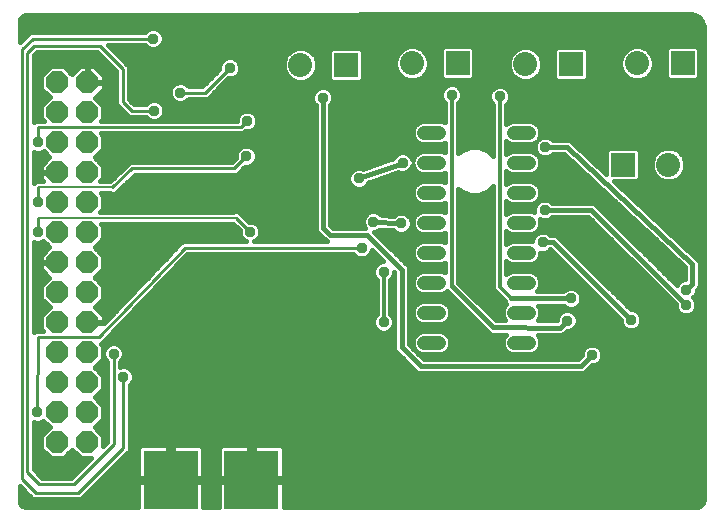
<source format=gbl>
G75*
%MOIN*%
%OFA0B0*%
%FSLAX24Y24*%
%IPPOS*%
%LPD*%
%AMOC8*
5,1,8,0,0,1.08239X$1,22.5*
%
%ADD10OC8,0.0740*%
%ADD11R,0.0800X0.0800*%
%ADD12C,0.0800*%
%ADD13R,0.1831X0.1969*%
%ADD14C,0.0472*%
%ADD15C,0.0160*%
%ADD16C,0.0376*%
%ADD17C,0.0100*%
%ADD18C,0.0120*%
%ADD19C,0.0090*%
%ADD20C,0.0080*%
D10*
X002050Y002770D03*
X003050Y002770D03*
X003050Y003770D03*
X002050Y003770D03*
X002050Y004770D03*
X003050Y004770D03*
X003050Y005770D03*
X002050Y005770D03*
X002050Y006770D03*
X003050Y006770D03*
X003050Y007770D03*
X002050Y007770D03*
X002050Y008770D03*
X003050Y008770D03*
X003050Y009770D03*
X002050Y009770D03*
X002050Y010770D03*
X003050Y010770D03*
X003050Y011770D03*
X002050Y011770D03*
X002050Y012770D03*
X003050Y012770D03*
X003050Y013770D03*
X002050Y013770D03*
X002050Y014770D03*
X003050Y014770D03*
D11*
X011675Y015355D03*
X015400Y015405D03*
X019175Y015380D03*
X022900Y015405D03*
X020908Y012027D03*
D12*
X022426Y012027D03*
X021382Y015405D03*
X017657Y015380D03*
X013882Y015405D03*
X010157Y015355D03*
D13*
X008528Y001517D03*
X005832Y001517D03*
D14*
X014293Y006095D02*
X014766Y006095D01*
X014766Y007095D02*
X014293Y007095D01*
X014293Y008095D02*
X014766Y008095D01*
X014766Y009095D02*
X014293Y009095D01*
X014293Y010095D02*
X014766Y010095D01*
X014766Y011095D02*
X014293Y011095D01*
X014293Y012095D02*
X014766Y012095D01*
X014766Y013095D02*
X014293Y013095D01*
X017293Y013095D02*
X017766Y013095D01*
X017766Y012095D02*
X017293Y012095D01*
X017293Y011095D02*
X017766Y011095D01*
X017766Y010095D02*
X017293Y010095D01*
X017293Y009095D02*
X017766Y009095D01*
X017766Y008095D02*
X017293Y008095D01*
X017293Y007095D02*
X017766Y007095D01*
X017766Y006095D02*
X017293Y006095D01*
D15*
X000842Y000688D02*
X000806Y000760D01*
X000800Y000796D01*
X000800Y001314D01*
X001120Y000993D01*
X001182Y000931D01*
X001243Y000870D01*
X001330Y000870D01*
X001417Y000870D01*
X002842Y000870D01*
X004342Y002370D01*
X004465Y002493D01*
X004465Y004673D01*
X004550Y004758D01*
X004603Y004886D01*
X004603Y005024D01*
X004550Y005152D01*
X004452Y005250D01*
X004324Y005303D01*
X004186Y005303D01*
X004140Y005284D01*
X004140Y005448D01*
X004225Y005533D01*
X004278Y005661D01*
X004278Y005799D01*
X004225Y005927D01*
X004127Y006025D01*
X003999Y006078D01*
X003861Y006078D01*
X003733Y006025D01*
X003635Y005927D01*
X003582Y005799D01*
X003582Y005661D01*
X003635Y005533D01*
X003720Y005448D01*
X003720Y002792D01*
X003580Y002652D01*
X003580Y002990D01*
X003300Y003270D01*
X003580Y003550D01*
X003580Y003990D01*
X003300Y004270D01*
X003580Y004550D01*
X003580Y004990D01*
X003300Y005270D01*
X003580Y005550D01*
X003580Y005990D01*
X003506Y006064D01*
X003540Y006065D01*
X006395Y009045D01*
X011914Y009045D01*
X012000Y008960D01*
X012127Y008907D01*
X012266Y008907D01*
X012394Y008960D01*
X012492Y009058D01*
X012542Y009179D01*
X012917Y008803D01*
X012861Y008803D01*
X012733Y008750D01*
X012635Y008652D01*
X012582Y008524D01*
X012582Y008386D01*
X012635Y008258D01*
X012710Y008183D01*
X012710Y007045D01*
X012635Y006970D01*
X012582Y006842D01*
X012582Y006703D01*
X012635Y006575D01*
X012733Y006477D01*
X012861Y006424D01*
X012999Y006424D01*
X013127Y006477D01*
X013225Y006575D01*
X013278Y006703D01*
X013278Y006842D01*
X013225Y006970D01*
X013150Y007045D01*
X013150Y008183D01*
X013225Y008258D01*
X013278Y008386D01*
X013278Y008442D01*
X013290Y008431D01*
X013290Y005897D01*
X013327Y005809D01*
X013962Y005174D01*
X014029Y005107D01*
X014117Y005070D01*
X019558Y005070D01*
X019646Y005107D01*
X019871Y005332D01*
X019949Y005332D01*
X020077Y005385D01*
X020175Y005483D01*
X020228Y005611D01*
X020228Y005749D01*
X020175Y005877D01*
X020077Y005975D01*
X019949Y006028D01*
X019811Y006028D01*
X019683Y005975D01*
X019585Y005877D01*
X019532Y005749D01*
X019532Y005671D01*
X019411Y005550D01*
X014264Y005550D01*
X013770Y006044D01*
X013770Y008578D01*
X013733Y008666D01*
X013666Y008733D01*
X012619Y009780D01*
X012661Y009780D01*
X012789Y009833D01*
X012820Y009864D01*
X013257Y009844D01*
X013325Y009776D01*
X013453Y009723D01*
X013591Y009723D01*
X013719Y009776D01*
X013817Y009874D01*
X013870Y010002D01*
X013870Y010141D01*
X013817Y010269D01*
X013719Y010367D01*
X013591Y010420D01*
X013453Y010420D01*
X013325Y010367D01*
X013281Y010323D01*
X012870Y010342D01*
X012789Y010423D01*
X012661Y010476D01*
X012523Y010476D01*
X012395Y010423D01*
X012297Y010325D01*
X012244Y010197D01*
X012244Y010059D01*
X012297Y009931D01*
X012308Y009920D01*
X011254Y009920D01*
X011145Y010029D01*
X011145Y014003D01*
X011200Y014058D01*
X011253Y014186D01*
X011253Y014324D01*
X011200Y014452D01*
X011102Y014550D01*
X010974Y014603D01*
X010836Y014603D01*
X010708Y014550D01*
X010610Y014452D01*
X010557Y014324D01*
X010557Y014186D01*
X010610Y014058D01*
X010665Y014003D01*
X010665Y009882D01*
X010702Y009794D01*
X010952Y009544D01*
X011019Y009477D01*
X011047Y009465D01*
X008629Y009465D01*
X008677Y009485D01*
X008775Y009583D01*
X008828Y009711D01*
X008828Y009849D01*
X008775Y009977D01*
X008677Y010075D01*
X008549Y010128D01*
X008432Y010128D01*
X008094Y010472D01*
X007920Y010473D01*
X007909Y010462D01*
X003492Y010462D01*
X003580Y010550D01*
X003580Y010990D01*
X003505Y011065D01*
X003796Y011065D01*
X003805Y011056D01*
X003979Y011054D01*
X004640Y011695D01*
X008042Y011695D01*
X008304Y011957D01*
X008424Y011957D01*
X008552Y012010D01*
X008650Y012108D01*
X008703Y012236D01*
X008703Y012374D01*
X008650Y012502D01*
X008552Y012600D01*
X008424Y012653D01*
X008286Y012653D01*
X008158Y012600D01*
X008060Y012502D01*
X008007Y012374D01*
X008007Y012254D01*
X007868Y012115D01*
X004557Y012115D01*
X004471Y012116D01*
X004470Y012115D01*
X004468Y012115D01*
X004408Y012055D01*
X003800Y011465D01*
X003495Y011465D01*
X003580Y011550D01*
X003580Y011990D01*
X003300Y012270D01*
X003580Y012550D01*
X003580Y012990D01*
X003505Y013065D01*
X008254Y013065D01*
X008322Y013132D01*
X008449Y013132D01*
X008577Y013185D01*
X008675Y013283D01*
X008728Y013411D01*
X008728Y013549D01*
X008675Y013677D01*
X008577Y013775D01*
X008449Y013828D01*
X008311Y013828D01*
X008183Y013775D01*
X008085Y013677D01*
X008032Y013549D01*
X008032Y013474D01*
X003504Y013474D01*
X003580Y013550D01*
X003580Y013990D01*
X003314Y014256D01*
X003600Y014542D01*
X003600Y014750D01*
X003070Y014750D01*
X003070Y014790D01*
X003030Y014790D01*
X003030Y015320D01*
X002822Y015320D01*
X002536Y015034D01*
X002270Y015300D01*
X001830Y015300D01*
X001520Y014990D01*
X001520Y014550D01*
X001800Y014270D01*
X001520Y013990D01*
X001520Y013550D01*
X001596Y013474D01*
X001496Y013474D01*
X001491Y013479D01*
X001317Y013480D01*
X001269Y013433D01*
X001269Y015674D01*
X001367Y015770D01*
X003393Y015770D01*
X004020Y015143D01*
X004020Y014043D01*
X004143Y013920D01*
X004443Y013620D01*
X004998Y013620D01*
X005083Y013535D01*
X005211Y013482D01*
X005349Y013482D01*
X005477Y013535D01*
X005575Y013633D01*
X005628Y013761D01*
X005628Y013899D01*
X005575Y014027D01*
X005477Y014125D01*
X005349Y014178D01*
X005211Y014178D01*
X005083Y014125D01*
X004998Y014040D01*
X004617Y014040D01*
X004440Y014217D01*
X004440Y015317D01*
X003737Y016020D01*
X004973Y016020D01*
X005058Y015935D01*
X005186Y015882D01*
X005324Y015882D01*
X005452Y015935D01*
X005550Y016033D01*
X005603Y016161D01*
X005603Y016299D01*
X005550Y016427D01*
X005452Y016525D01*
X005324Y016578D01*
X005186Y016578D01*
X005058Y016525D01*
X004973Y016440D01*
X001143Y016440D01*
X000808Y016105D01*
X000808Y016677D01*
X000817Y016688D01*
X000808Y016770D01*
X000808Y016829D01*
X000828Y016898D01*
X000878Y016959D01*
X000947Y016997D01*
X000979Y017004D01*
X023014Y017043D01*
X023022Y017036D01*
X023108Y017043D01*
X023190Y017043D01*
X023324Y017011D01*
X023444Y016938D01*
X023536Y016831D01*
X023590Y016701D01*
X023600Y016636D01*
X023600Y000990D01*
X023596Y000985D01*
X023600Y000896D01*
X023600Y000884D01*
X023598Y000838D01*
X023563Y000740D01*
X023493Y000662D01*
X023399Y000617D01*
X023349Y000610D01*
X009624Y000610D01*
X009624Y001437D01*
X008608Y001437D01*
X008608Y001597D01*
X008448Y001597D01*
X008448Y001437D01*
X007433Y001437D01*
X007433Y000610D01*
X006927Y000610D01*
X006927Y001437D01*
X005912Y001437D01*
X005912Y001597D01*
X006927Y001597D01*
X006927Y002525D01*
X006915Y002571D01*
X006891Y002612D01*
X006857Y002645D01*
X006816Y002669D01*
X006771Y002681D01*
X005912Y002681D01*
X005912Y001597D01*
X005752Y001597D01*
X005752Y002681D01*
X004893Y002681D01*
X004847Y002669D01*
X004806Y002645D01*
X004772Y002612D01*
X004748Y002571D01*
X004736Y002525D01*
X004736Y001597D01*
X005752Y001597D01*
X005752Y001437D01*
X004736Y001437D01*
X004736Y000610D01*
X001120Y000610D01*
X001113Y000616D01*
X001026Y000610D01*
X000999Y000610D01*
X000978Y000611D01*
X000902Y000636D01*
X000842Y000688D01*
X000880Y000656D02*
X004736Y000656D01*
X004736Y000814D02*
X000800Y000814D01*
X000800Y000973D02*
X001141Y000973D01*
X001120Y000993D02*
X001120Y000993D01*
X001243Y000870D02*
X001243Y000870D01*
X001243Y000870D01*
X001417Y000870D02*
X001417Y000870D01*
X000983Y001131D02*
X000800Y001131D01*
X000800Y001290D02*
X000825Y001290D01*
X001370Y001765D02*
X002693Y001765D01*
X002535Y001607D02*
X001526Y001607D01*
X001543Y001590D02*
X002518Y001590D01*
X003168Y002240D01*
X002830Y002240D01*
X002550Y002520D01*
X002270Y002240D01*
X001830Y002240D01*
X001520Y002550D01*
X001520Y002990D01*
X001800Y003270D01*
X001595Y003476D01*
X001593Y003474D01*
X001465Y003421D01*
X001326Y003421D01*
X001269Y003444D01*
X001269Y001866D01*
X001543Y001590D01*
X001269Y001924D02*
X002852Y001924D01*
X003010Y002082D02*
X001269Y002082D01*
X001269Y002241D02*
X001830Y002241D01*
X001671Y002399D02*
X001269Y002399D01*
X001269Y002558D02*
X001520Y002558D01*
X001520Y002716D02*
X001269Y002716D01*
X001269Y002875D02*
X001520Y002875D01*
X001563Y003033D02*
X001269Y003033D01*
X001269Y003192D02*
X001722Y003192D01*
X001720Y003350D02*
X001269Y003350D01*
X002429Y002399D02*
X002671Y002399D01*
X002830Y002241D02*
X002270Y002241D01*
X003261Y001290D02*
X004736Y001290D01*
X004736Y001131D02*
X003103Y001131D01*
X002944Y000973D02*
X004736Y000973D01*
X004736Y001607D02*
X003578Y001607D01*
X003737Y001765D02*
X004736Y001765D01*
X004736Y001924D02*
X003895Y001924D01*
X004054Y002082D02*
X004736Y002082D01*
X004736Y002241D02*
X004212Y002241D01*
X004371Y002399D02*
X004736Y002399D01*
X004745Y002558D02*
X004465Y002558D01*
X004465Y002716D02*
X023600Y002716D01*
X023600Y002558D02*
X009615Y002558D01*
X009612Y002571D02*
X009588Y002612D01*
X009554Y002645D01*
X009513Y002669D01*
X009467Y002681D01*
X008608Y002681D01*
X008608Y001597D01*
X009624Y001597D01*
X009624Y002525D01*
X009612Y002571D01*
X009624Y002399D02*
X023600Y002399D01*
X023600Y002241D02*
X009624Y002241D01*
X009624Y002082D02*
X023600Y002082D01*
X023600Y001924D02*
X009624Y001924D01*
X009624Y001765D02*
X023600Y001765D01*
X023600Y001607D02*
X009624Y001607D01*
X009624Y001290D02*
X023600Y001290D01*
X023600Y001448D02*
X008608Y001448D01*
X008608Y001607D02*
X008448Y001607D01*
X008448Y001597D02*
X008448Y002681D01*
X007589Y002681D01*
X007544Y002669D01*
X007503Y002645D01*
X007469Y002612D01*
X007445Y002571D01*
X007433Y002525D01*
X007433Y001597D01*
X008448Y001597D01*
X008448Y001448D02*
X005912Y001448D01*
X005912Y001607D02*
X005752Y001607D01*
X005752Y001765D02*
X005912Y001765D01*
X005912Y001924D02*
X005752Y001924D01*
X005752Y002082D02*
X005912Y002082D01*
X005912Y002241D02*
X005752Y002241D01*
X005752Y002399D02*
X005912Y002399D01*
X005912Y002558D02*
X005752Y002558D01*
X006918Y002558D02*
X007442Y002558D01*
X007433Y002399D02*
X006927Y002399D01*
X006927Y002241D02*
X007433Y002241D01*
X007433Y002082D02*
X006927Y002082D01*
X006927Y001924D02*
X007433Y001924D01*
X007433Y001765D02*
X006927Y001765D01*
X006927Y001607D02*
X007433Y001607D01*
X007433Y001290D02*
X006927Y001290D01*
X006927Y001131D02*
X007433Y001131D01*
X007433Y000973D02*
X006927Y000973D01*
X006927Y000814D02*
X007433Y000814D01*
X007433Y000656D02*
X006927Y000656D01*
X005752Y001448D02*
X003420Y001448D01*
X003580Y002716D02*
X003644Y002716D01*
X003580Y002875D02*
X003720Y002875D01*
X003720Y003033D02*
X003537Y003033D01*
X003378Y003192D02*
X003720Y003192D01*
X003720Y003350D02*
X003380Y003350D01*
X003538Y003509D02*
X003720Y003509D01*
X003720Y003667D02*
X003580Y003667D01*
X003580Y003826D02*
X003720Y003826D01*
X003720Y003984D02*
X003580Y003984D01*
X003720Y004143D02*
X003427Y004143D01*
X003331Y004301D02*
X003720Y004301D01*
X003720Y004460D02*
X003489Y004460D01*
X003580Y004618D02*
X003720Y004618D01*
X003720Y004777D02*
X003580Y004777D01*
X003580Y004935D02*
X003720Y004935D01*
X003720Y005094D02*
X003476Y005094D01*
X003318Y005252D02*
X003720Y005252D01*
X003720Y005411D02*
X003440Y005411D01*
X003580Y005569D02*
X003620Y005569D01*
X003580Y005728D02*
X003582Y005728D01*
X003580Y005886D02*
X003618Y005886D01*
X003525Y006045D02*
X003780Y006045D01*
X003672Y006203D02*
X013290Y006203D01*
X013290Y006045D02*
X004080Y006045D01*
X004242Y005886D02*
X013295Y005886D01*
X013408Y005728D02*
X004278Y005728D01*
X004240Y005569D02*
X013567Y005569D01*
X013725Y005411D02*
X004140Y005411D01*
X004448Y005252D02*
X013884Y005252D01*
X014061Y005094D02*
X004574Y005094D01*
X004603Y004935D02*
X023600Y004935D01*
X023600Y004777D02*
X004558Y004777D01*
X004465Y004618D02*
X023600Y004618D01*
X023600Y004460D02*
X004465Y004460D01*
X004465Y004301D02*
X023600Y004301D01*
X023600Y004143D02*
X004465Y004143D01*
X004465Y003984D02*
X023600Y003984D01*
X023600Y003826D02*
X004465Y003826D01*
X004465Y003667D02*
X023600Y003667D01*
X023600Y003509D02*
X004465Y003509D01*
X004465Y003350D02*
X023600Y003350D01*
X023600Y003192D02*
X004465Y003192D01*
X004465Y003033D02*
X023600Y003033D01*
X023600Y002875D02*
X004465Y002875D01*
X008448Y002558D02*
X008608Y002558D01*
X008608Y002399D02*
X008448Y002399D01*
X008448Y002241D02*
X008608Y002241D01*
X008608Y002082D02*
X008448Y002082D01*
X008448Y001924D02*
X008608Y001924D01*
X008608Y001765D02*
X008448Y001765D01*
X009624Y001131D02*
X023600Y001131D01*
X023596Y000973D02*
X009624Y000973D01*
X009624Y000814D02*
X023589Y000814D01*
X023479Y000656D02*
X009624Y000656D01*
X014165Y005310D02*
X019510Y005310D01*
X019880Y005680D01*
X020211Y005569D02*
X023600Y005569D01*
X023600Y005411D02*
X020103Y005411D01*
X019791Y005252D02*
X023600Y005252D01*
X023600Y005094D02*
X019614Y005094D01*
X019430Y005569D02*
X014245Y005569D01*
X014215Y005699D02*
X014069Y005759D01*
X013957Y005871D01*
X013897Y006017D01*
X013897Y006174D01*
X013957Y006320D01*
X014069Y006431D01*
X014215Y006492D01*
X014845Y006492D01*
X014990Y006431D01*
X015102Y006320D01*
X015162Y006174D01*
X015162Y006017D01*
X015102Y005871D01*
X014990Y005759D01*
X014845Y005699D01*
X014215Y005699D01*
X014146Y005728D02*
X014087Y005728D01*
X013951Y005886D02*
X013928Y005886D01*
X013897Y006045D02*
X013770Y006045D01*
X013770Y006203D02*
X013909Y006203D01*
X013999Y006362D02*
X013770Y006362D01*
X013770Y006520D02*
X016328Y006520D01*
X016416Y006432D02*
X016449Y006399D01*
X016450Y006398D01*
X016494Y006380D01*
X016537Y006362D01*
X016538Y006362D01*
X016585Y006362D01*
X016998Y006361D01*
X016957Y006320D01*
X016897Y006174D01*
X016897Y006017D01*
X016957Y005871D01*
X017069Y005759D01*
X017215Y005699D01*
X017845Y005699D01*
X017990Y005759D01*
X018102Y005871D01*
X018162Y006017D01*
X018162Y006174D01*
X018102Y006320D01*
X018064Y006358D01*
X018773Y006356D01*
X018821Y006356D01*
X018868Y006356D01*
X018868Y006356D01*
X018868Y006356D01*
X018912Y006374D01*
X018956Y006392D01*
X018956Y006392D01*
X018957Y006392D01*
X018990Y006426D01*
X019024Y006459D01*
X019024Y006460D01*
X019046Y006482D01*
X019124Y006482D01*
X019252Y006535D01*
X019350Y006633D01*
X019403Y006761D01*
X019403Y006899D01*
X019350Y007027D01*
X019252Y007125D01*
X019124Y007178D01*
X018986Y007178D01*
X018858Y007125D01*
X018760Y007027D01*
X018707Y006899D01*
X018707Y006836D01*
X018069Y006838D01*
X018102Y006871D01*
X018162Y007017D01*
X018162Y007174D01*
X018102Y007320D01*
X018092Y007329D01*
X018916Y007326D01*
X018972Y007270D01*
X019100Y007217D01*
X019239Y007217D01*
X019367Y007270D01*
X019465Y007368D01*
X019518Y007496D01*
X019518Y007634D01*
X019465Y007762D01*
X019367Y007860D01*
X019239Y007913D01*
X019100Y007913D01*
X018972Y007860D01*
X018918Y007806D01*
X018040Y007809D01*
X018102Y007871D01*
X018162Y008017D01*
X018162Y008174D01*
X018102Y008320D01*
X017990Y008431D01*
X017845Y008492D01*
X017215Y008492D01*
X017069Y008431D01*
X017025Y008387D01*
X017025Y008804D01*
X017069Y008759D01*
X017215Y008699D01*
X017845Y008699D01*
X017990Y008759D01*
X018102Y008871D01*
X018162Y009017D01*
X018162Y009098D01*
X018164Y009097D01*
X018302Y009097D01*
X018430Y009150D01*
X018485Y009204D01*
X019282Y008408D01*
X019318Y008373D01*
X019350Y008341D01*
X019350Y008341D01*
X020832Y006863D01*
X020832Y006786D01*
X020885Y006658D01*
X020983Y006560D01*
X021111Y006507D01*
X021249Y006507D01*
X021377Y006560D01*
X021475Y006658D01*
X021528Y006786D01*
X021528Y006924D01*
X021475Y007052D01*
X021377Y007150D01*
X021249Y007203D01*
X021171Y007203D01*
X019653Y008716D01*
X018753Y009615D01*
X018719Y009648D01*
X018719Y009648D01*
X018719Y009649D01*
X018675Y009667D01*
X018631Y009685D01*
X018631Y009685D01*
X018631Y009685D01*
X018583Y009685D01*
X018485Y009685D01*
X018430Y009740D01*
X018302Y009793D01*
X018164Y009793D01*
X018036Y009740D01*
X017938Y009642D01*
X017885Y009514D01*
X017885Y009475D01*
X017845Y009492D01*
X017215Y009492D01*
X017069Y009431D01*
X017025Y009387D01*
X017025Y009804D01*
X017069Y009759D01*
X017215Y009699D01*
X017845Y009699D01*
X017990Y009759D01*
X018102Y009871D01*
X018162Y010017D01*
X018162Y010174D01*
X018152Y010199D01*
X018227Y010168D01*
X018365Y010168D01*
X018493Y010221D01*
X018548Y010276D01*
X019752Y010276D01*
X022663Y007365D01*
X022663Y007287D01*
X022716Y007159D01*
X022814Y007061D01*
X022942Y007008D01*
X023081Y007008D01*
X023209Y007061D01*
X023307Y007159D01*
X023360Y007287D01*
X023360Y007425D01*
X023307Y007553D01*
X023258Y007602D01*
X023311Y007656D01*
X023364Y007784D01*
X023364Y007862D01*
X023431Y007928D01*
X023467Y008016D01*
X023467Y008682D01*
X023469Y008686D01*
X023467Y008730D01*
X023467Y008773D01*
X023465Y008777D01*
X023465Y008782D01*
X023447Y008821D01*
X023431Y008861D01*
X023427Y008864D01*
X023426Y008869D01*
X023394Y008898D01*
X023363Y008929D01*
X023359Y008931D01*
X020627Y011467D01*
X021374Y011467D01*
X021468Y011561D01*
X021468Y012493D01*
X021374Y012587D01*
X020441Y012587D01*
X020348Y012493D01*
X020348Y011726D01*
X019206Y012786D01*
X019176Y012816D01*
X019172Y012818D01*
X019168Y012821D01*
X019128Y012836D01*
X019088Y012853D01*
X019083Y012853D01*
X019079Y012854D01*
X019035Y012853D01*
X018574Y012853D01*
X018519Y012908D01*
X018391Y012961D01*
X018252Y012961D01*
X018125Y012908D01*
X018112Y012895D01*
X018162Y013017D01*
X018162Y013174D01*
X018102Y013320D01*
X017990Y013431D01*
X017845Y013492D01*
X017215Y013492D01*
X017069Y013431D01*
X017025Y013387D01*
X017025Y014030D01*
X017100Y014105D01*
X017153Y014233D01*
X017153Y014372D01*
X017100Y014500D01*
X017002Y014598D01*
X016874Y014651D01*
X016735Y014651D01*
X016607Y014598D01*
X016509Y014500D01*
X016456Y014372D01*
X016456Y014233D01*
X016509Y014105D01*
X016585Y014030D01*
X016585Y012321D01*
X016416Y012490D01*
X016122Y012612D01*
X015803Y012612D01*
X015509Y012490D01*
X015422Y012402D01*
X015419Y014079D01*
X015494Y014154D01*
X015547Y014282D01*
X015547Y014420D01*
X015494Y014548D01*
X015396Y014646D01*
X015268Y014699D01*
X015130Y014699D01*
X015002Y014646D01*
X014904Y014548D01*
X014851Y014420D01*
X014851Y014282D01*
X014904Y014154D01*
X014979Y014078D01*
X014980Y013435D01*
X014845Y013492D01*
X014215Y013492D01*
X014069Y013431D01*
X013957Y013320D01*
X013897Y013174D01*
X013897Y013017D01*
X013957Y012871D01*
X014069Y012759D01*
X014215Y012699D01*
X014845Y012699D01*
X014981Y012756D01*
X014982Y012435D01*
X014845Y012492D01*
X014215Y012492D01*
X014069Y012431D01*
X013957Y012320D01*
X013903Y012189D01*
X013859Y012295D01*
X013761Y012393D01*
X013633Y012446D01*
X013495Y012446D01*
X013367Y012393D01*
X013269Y012295D01*
X013245Y012238D01*
X012257Y011879D01*
X012170Y011915D01*
X012031Y011915D01*
X011903Y011862D01*
X011805Y011764D01*
X011752Y011636D01*
X011752Y011498D01*
X011805Y011370D01*
X011903Y011272D01*
X012031Y011219D01*
X012170Y011219D01*
X012298Y011272D01*
X012396Y011370D01*
X012419Y011427D01*
X013408Y011786D01*
X013495Y011750D01*
X013633Y011750D01*
X013761Y011803D01*
X013859Y011901D01*
X013902Y012005D01*
X013957Y011871D01*
X014069Y011759D01*
X014215Y011699D01*
X014845Y011699D01*
X014982Y011756D01*
X014983Y011434D01*
X014845Y011492D01*
X014215Y011492D01*
X014069Y011431D01*
X013957Y011320D01*
X013897Y011174D01*
X013897Y011017D01*
X013957Y010871D01*
X014069Y010759D01*
X014215Y010699D01*
X014845Y010699D01*
X014984Y010757D01*
X014984Y010434D01*
X014845Y010492D01*
X014215Y010492D01*
X014069Y010431D01*
X013957Y010320D01*
X013897Y010174D01*
X013897Y010017D01*
X013957Y009871D01*
X014069Y009759D01*
X014215Y009699D01*
X014845Y009699D01*
X014985Y009757D01*
X014986Y009433D01*
X014845Y009492D01*
X014215Y009492D01*
X014069Y009431D01*
X013957Y009320D01*
X013897Y009174D01*
X013897Y009017D01*
X013957Y008871D01*
X014069Y008759D01*
X014215Y008699D01*
X014845Y008699D01*
X014986Y008758D01*
X014987Y008433D01*
X014845Y008492D01*
X014215Y008492D01*
X014069Y008431D01*
X013957Y008320D01*
X013897Y008174D01*
X013897Y008017D01*
X013957Y007871D01*
X014069Y007759D01*
X014215Y007699D01*
X014845Y007699D01*
X014990Y007759D01*
X015033Y007803D01*
X015040Y007787D01*
X015071Y007775D01*
X016416Y006432D01*
X016450Y006398D02*
X016450Y006398D01*
X016538Y006362D02*
X016538Y006362D01*
X016674Y006362D02*
X015060Y006362D01*
X015150Y006203D02*
X016909Y006203D01*
X016897Y006045D02*
X015162Y006045D01*
X015108Y005886D02*
X016951Y005886D01*
X017146Y005728D02*
X014913Y005728D01*
X014165Y005310D02*
X013530Y005945D01*
X013530Y008530D01*
X012380Y009680D01*
X011155Y009680D01*
X010905Y009930D01*
X010905Y014255D01*
X010581Y014128D02*
X006336Y014128D01*
X006352Y014135D02*
X006437Y014220D01*
X007067Y014220D01*
X007754Y014907D01*
X007874Y014907D01*
X008002Y014960D01*
X008100Y015058D01*
X008153Y015186D01*
X008153Y015324D01*
X008100Y015452D01*
X008002Y015550D01*
X007874Y015603D01*
X007736Y015603D01*
X007608Y015550D01*
X007510Y015452D01*
X007457Y015324D01*
X007457Y015204D01*
X006893Y014640D01*
X006437Y014640D01*
X006352Y014725D01*
X006224Y014778D01*
X006086Y014778D01*
X005958Y014725D01*
X005860Y014627D01*
X005807Y014499D01*
X005807Y014361D01*
X005860Y014233D01*
X005958Y014135D01*
X006086Y014082D01*
X006224Y014082D01*
X006352Y014135D01*
X005974Y014128D02*
X005470Y014128D01*
X005599Y013970D02*
X010665Y013970D01*
X010665Y013811D02*
X008490Y013811D01*
X008270Y013811D02*
X005628Y013811D01*
X005583Y013653D02*
X008075Y013653D01*
X008032Y013494D02*
X005379Y013494D01*
X005181Y013494D02*
X003524Y013494D01*
X003580Y013653D02*
X004410Y013653D01*
X004252Y013811D02*
X003580Y013811D01*
X003580Y013970D02*
X004093Y013970D01*
X004020Y014128D02*
X003442Y014128D01*
X003344Y014287D02*
X004020Y014287D01*
X004020Y014445D02*
X003503Y014445D01*
X003600Y014604D02*
X004020Y014604D01*
X004020Y014762D02*
X003070Y014762D01*
X003070Y014790D02*
X003600Y014790D01*
X003600Y014998D01*
X003278Y015320D01*
X003070Y015320D01*
X003070Y014790D01*
X003070Y014921D02*
X003030Y014921D01*
X003030Y015079D02*
X003070Y015079D01*
X003070Y015238D02*
X003030Y015238D01*
X002740Y015238D02*
X002332Y015238D01*
X002491Y015079D02*
X002581Y015079D01*
X003360Y015238D02*
X003925Y015238D01*
X004020Y015079D02*
X003519Y015079D01*
X003600Y014921D02*
X004020Y014921D01*
X004440Y014921D02*
X007174Y014921D01*
X007332Y015079D02*
X004440Y015079D01*
X004440Y015238D02*
X007457Y015238D01*
X007487Y015396D02*
X004361Y015396D01*
X004202Y015555D02*
X007618Y015555D01*
X007992Y015555D02*
X009634Y015555D01*
X009597Y015466D02*
X009597Y015244D01*
X009682Y015038D01*
X009840Y014880D01*
X010046Y014795D01*
X010268Y014795D01*
X010474Y014880D01*
X010632Y015038D01*
X010717Y015244D01*
X010717Y015466D01*
X010632Y015672D01*
X010474Y015830D01*
X010268Y015915D01*
X010046Y015915D01*
X009840Y015830D01*
X009682Y015672D01*
X009597Y015466D01*
X009597Y015396D02*
X008123Y015396D01*
X008153Y015238D02*
X009600Y015238D01*
X009665Y015079D02*
X008109Y015079D01*
X007907Y014921D02*
X009800Y014921D01*
X010515Y014921D02*
X011115Y014921D01*
X011115Y014889D02*
X011209Y014795D01*
X012141Y014795D01*
X012235Y014889D01*
X012235Y015821D01*
X012141Y015915D01*
X011209Y015915D01*
X011115Y015821D01*
X011115Y014889D01*
X011115Y015079D02*
X010649Y015079D01*
X010715Y015238D02*
X011115Y015238D01*
X011115Y015396D02*
X010717Y015396D01*
X010681Y015555D02*
X011115Y015555D01*
X011115Y015713D02*
X010591Y015713D01*
X010373Y015872D02*
X011165Y015872D01*
X012185Y015872D02*
X013557Y015872D01*
X013565Y015880D02*
X013407Y015722D01*
X013322Y015516D01*
X013322Y015294D01*
X013407Y015088D01*
X013565Y014930D01*
X013771Y014845D01*
X013993Y014845D01*
X014199Y014930D01*
X014357Y015088D01*
X014442Y015294D01*
X014442Y015516D01*
X014357Y015722D01*
X014199Y015880D01*
X013993Y015965D01*
X013771Y015965D01*
X013565Y015880D01*
X013403Y015713D02*
X012235Y015713D01*
X012235Y015555D02*
X013338Y015555D01*
X013322Y015396D02*
X012235Y015396D01*
X012235Y015238D02*
X013345Y015238D01*
X013416Y015079D02*
X012235Y015079D01*
X012235Y014921D02*
X013588Y014921D01*
X014176Y014921D02*
X014858Y014921D01*
X014840Y014939D02*
X014934Y014845D01*
X015866Y014845D01*
X015960Y014939D01*
X015960Y015871D01*
X015866Y015965D01*
X014934Y015965D01*
X014840Y015871D01*
X014840Y014939D01*
X014840Y015079D02*
X014348Y015079D01*
X014419Y015238D02*
X014840Y015238D01*
X014840Y015396D02*
X014442Y015396D01*
X014426Y015555D02*
X014840Y015555D01*
X014840Y015713D02*
X014361Y015713D01*
X014207Y015872D02*
X014840Y015872D01*
X015960Y015872D02*
X017380Y015872D01*
X017340Y015855D02*
X017182Y015697D01*
X017097Y015491D01*
X017097Y015269D01*
X017182Y015063D01*
X017340Y014905D01*
X017546Y014820D01*
X017768Y014820D01*
X017974Y014905D01*
X018132Y015063D01*
X018217Y015269D01*
X018217Y015491D01*
X018132Y015697D01*
X017974Y015855D01*
X017768Y015940D01*
X017546Y015940D01*
X017340Y015855D01*
X017198Y015713D02*
X015960Y015713D01*
X015960Y015555D02*
X017123Y015555D01*
X017097Y015396D02*
X015960Y015396D01*
X015960Y015238D02*
X017110Y015238D01*
X017176Y015079D02*
X015960Y015079D01*
X015942Y014921D02*
X017325Y014921D01*
X016988Y014604D02*
X023600Y014604D01*
X023600Y014762D02*
X007609Y014762D01*
X007451Y014604D02*
X014959Y014604D01*
X014861Y014445D02*
X011203Y014445D01*
X011253Y014287D02*
X014851Y014287D01*
X014929Y014128D02*
X011229Y014128D01*
X011145Y013970D02*
X014980Y013970D01*
X014980Y013811D02*
X011145Y013811D01*
X011145Y013653D02*
X014980Y013653D01*
X014980Y013494D02*
X011145Y013494D01*
X011145Y013336D02*
X013973Y013336D01*
X013898Y013177D02*
X011145Y013177D01*
X011145Y013019D02*
X013897Y013019D01*
X013968Y012860D02*
X011145Y012860D01*
X011145Y012702D02*
X014209Y012702D01*
X014022Y012385D02*
X013770Y012385D01*
X013888Y012226D02*
X013919Y012226D01*
X013942Y011909D02*
X013862Y011909D01*
X013634Y011751D02*
X014091Y011751D01*
X014074Y011434D02*
X012437Y011434D01*
X012301Y011275D02*
X013939Y011275D01*
X013897Y011117D02*
X011145Y011117D01*
X011145Y011275D02*
X011900Y011275D01*
X011779Y011434D02*
X011145Y011434D01*
X011145Y011592D02*
X011752Y011592D01*
X011800Y011751D02*
X011145Y011751D01*
X011145Y011909D02*
X012017Y011909D01*
X012184Y011909D02*
X012340Y011909D01*
X012100Y011567D02*
X013564Y012098D01*
X013358Y012385D02*
X011145Y012385D01*
X011145Y012543D02*
X014981Y012543D01*
X014981Y012702D02*
X014850Y012702D01*
X015421Y012702D02*
X016585Y012702D01*
X016585Y012860D02*
X015421Y012860D01*
X015421Y013019D02*
X016585Y013019D01*
X016585Y013177D02*
X015421Y013177D01*
X015420Y013336D02*
X016585Y013336D01*
X016585Y013494D02*
X015420Y013494D01*
X015420Y013653D02*
X016585Y013653D01*
X016585Y013811D02*
X015420Y013811D01*
X015420Y013970D02*
X016585Y013970D01*
X016500Y014128D02*
X015469Y014128D01*
X015547Y014287D02*
X016456Y014287D01*
X016487Y014445D02*
X015537Y014445D01*
X015439Y014604D02*
X016622Y014604D01*
X017122Y014445D02*
X023600Y014445D01*
X023600Y014287D02*
X017153Y014287D01*
X017109Y014128D02*
X023600Y014128D01*
X023600Y013970D02*
X017025Y013970D01*
X017025Y013811D02*
X023600Y013811D01*
X023600Y013653D02*
X017025Y013653D01*
X017025Y013494D02*
X023600Y013494D01*
X023600Y013336D02*
X018086Y013336D01*
X018161Y013177D02*
X023600Y013177D01*
X023600Y013019D02*
X018162Y013019D01*
X018017Y012786D02*
X017974Y012682D01*
X017974Y012543D01*
X017025Y012543D01*
X017069Y012431D02*
X017025Y012387D01*
X017025Y012804D01*
X017069Y012759D01*
X017215Y012699D01*
X017845Y012699D01*
X017990Y012759D01*
X018017Y012786D01*
X017982Y012702D02*
X017850Y012702D01*
X017974Y012543D02*
X018027Y012415D01*
X018125Y012318D01*
X018252Y012265D01*
X018391Y012265D01*
X018519Y012318D01*
X018574Y012373D01*
X018946Y012373D01*
X022987Y008621D01*
X022987Y008201D01*
X022947Y008201D01*
X022819Y008148D01*
X022721Y008050D01*
X022702Y008005D01*
X019988Y010719D01*
X019899Y010756D01*
X018548Y010756D01*
X018493Y010811D01*
X018365Y010864D01*
X018227Y010864D01*
X018099Y010811D01*
X018001Y010713D01*
X017948Y010585D01*
X017948Y010449D01*
X017845Y010492D01*
X017215Y010492D01*
X017069Y010431D01*
X017025Y010387D01*
X017025Y010804D01*
X017069Y010759D01*
X017215Y010699D01*
X017845Y010699D01*
X017990Y010759D01*
X018102Y010871D01*
X018162Y011017D01*
X018162Y011174D01*
X018102Y011320D01*
X017990Y011431D01*
X017845Y011492D01*
X017215Y011492D01*
X017069Y011431D01*
X017025Y011387D01*
X017025Y011804D01*
X017069Y011759D01*
X017215Y011699D01*
X017845Y011699D01*
X017990Y011759D01*
X018102Y011871D01*
X018162Y012017D01*
X018162Y012174D01*
X018102Y012320D01*
X017990Y012431D01*
X017845Y012492D01*
X017215Y012492D01*
X017069Y012431D01*
X017025Y012702D02*
X017209Y012702D01*
X016585Y012543D02*
X016288Y012543D01*
X016522Y012385D02*
X016585Y012385D01*
X017025Y011751D02*
X017091Y011751D01*
X017025Y011592D02*
X019787Y011592D01*
X019957Y011434D02*
X017985Y011434D01*
X018120Y011275D02*
X020128Y011275D01*
X020299Y011117D02*
X018162Y011117D01*
X018138Y010958D02*
X020469Y010958D01*
X020640Y010800D02*
X018504Y010800D01*
X018296Y010516D02*
X019852Y010516D01*
X023011Y007356D01*
X023341Y007471D02*
X023600Y007471D01*
X023600Y007313D02*
X023360Y007313D01*
X023302Y007154D02*
X023600Y007154D01*
X023600Y006996D02*
X021499Y006996D01*
X021528Y006837D02*
X023600Y006837D01*
X023600Y006679D02*
X021484Y006679D01*
X021281Y006520D02*
X023600Y006520D01*
X023600Y006362D02*
X018882Y006362D01*
X018773Y006356D02*
X018773Y006356D01*
X018821Y006596D02*
X019055Y006830D01*
X018928Y007154D02*
X018162Y007154D01*
X018153Y006996D02*
X018747Y006996D01*
X018707Y006837D02*
X018350Y006837D01*
X018821Y006596D02*
X016586Y006602D01*
X015243Y007942D01*
X015427Y008097D02*
X015423Y011218D01*
X015509Y011132D01*
X015803Y011010D01*
X016122Y011010D01*
X016416Y011132D01*
X016585Y011300D01*
X016585Y007956D01*
X016585Y007864D01*
X016585Y007864D01*
X016585Y007864D01*
X016650Y007799D01*
X016963Y007485D01*
X016983Y007438D01*
X017029Y007391D01*
X016957Y007320D01*
X016897Y007174D01*
X016897Y007017D01*
X016957Y006871D01*
X016988Y006841D01*
X016685Y006841D01*
X015427Y008097D01*
X015427Y008105D02*
X016585Y008105D01*
X016585Y007947D02*
X015578Y007947D01*
X015737Y007788D02*
X016661Y007788D01*
X016819Y007630D02*
X015896Y007630D01*
X016054Y007471D02*
X016969Y007471D01*
X016954Y007313D02*
X016213Y007313D01*
X016372Y007154D02*
X016897Y007154D01*
X016906Y006996D02*
X016531Y006996D01*
X016169Y006679D02*
X013770Y006679D01*
X013770Y006837D02*
X013991Y006837D01*
X013957Y006871D02*
X014069Y006759D01*
X014215Y006699D01*
X014845Y006699D01*
X014990Y006759D01*
X015102Y006871D01*
X015162Y007017D01*
X015162Y007174D01*
X015102Y007320D01*
X014990Y007431D01*
X014845Y007492D01*
X014215Y007492D01*
X014069Y007431D01*
X013957Y007320D01*
X013897Y007174D01*
X013897Y007017D01*
X013957Y006871D01*
X013906Y006996D02*
X013770Y006996D01*
X013770Y007154D02*
X013897Y007154D01*
X013954Y007313D02*
X013770Y007313D01*
X013770Y007471D02*
X014165Y007471D01*
X014040Y007788D02*
X013770Y007788D01*
X013770Y007630D02*
X015216Y007630D01*
X015375Y007471D02*
X014894Y007471D01*
X015105Y007313D02*
X015534Y007313D01*
X015693Y007154D02*
X015162Y007154D01*
X015153Y006996D02*
X015851Y006996D01*
X016010Y006837D02*
X015068Y006837D01*
X015040Y007788D02*
X015019Y007788D01*
X015427Y008264D02*
X016585Y008264D01*
X016585Y008422D02*
X015427Y008422D01*
X015427Y008581D02*
X016585Y008581D01*
X016585Y008739D02*
X015426Y008739D01*
X015426Y008898D02*
X016585Y008898D01*
X016585Y009056D02*
X015426Y009056D01*
X015426Y009215D02*
X016585Y009215D01*
X016585Y009373D02*
X015426Y009373D01*
X015425Y009532D02*
X016585Y009532D01*
X016585Y009690D02*
X015425Y009690D01*
X015425Y009849D02*
X016585Y009849D01*
X016585Y010007D02*
X015425Y010007D01*
X015425Y010166D02*
X016585Y010166D01*
X016585Y010324D02*
X015424Y010324D01*
X015424Y010483D02*
X016585Y010483D01*
X016585Y010641D02*
X015424Y010641D01*
X015424Y010800D02*
X016585Y010800D01*
X016585Y010958D02*
X015424Y010958D01*
X015423Y011117D02*
X015546Y011117D01*
X014984Y010641D02*
X011145Y010641D01*
X011145Y010483D02*
X014193Y010483D01*
X013962Y010324D02*
X013762Y010324D01*
X013860Y010166D02*
X013897Y010166D01*
X013901Y010007D02*
X013870Y010007D01*
X013791Y009849D02*
X013980Y009849D01*
X013522Y010072D02*
X012588Y010115D01*
X012592Y010128D01*
X012265Y010007D02*
X011167Y010007D01*
X011145Y010166D02*
X012244Y010166D01*
X012296Y010324D02*
X011145Y010324D01*
X011145Y010800D02*
X014029Y010800D01*
X013921Y010958D02*
X011145Y010958D01*
X010665Y010958D02*
X003580Y010958D01*
X003580Y010800D02*
X010665Y010800D01*
X010665Y010641D02*
X003580Y010641D01*
X003512Y010483D02*
X010665Y010483D01*
X010665Y010324D02*
X008239Y010324D01*
X008395Y010166D02*
X010665Y010166D01*
X010665Y010007D02*
X008745Y010007D01*
X008828Y009849D02*
X010679Y009849D01*
X010806Y009690D02*
X008820Y009690D01*
X008724Y009532D02*
X010964Y009532D01*
X012490Y009056D02*
X012665Y009056D01*
X012823Y008898D02*
X006253Y008898D01*
X006102Y008739D02*
X012722Y008739D01*
X012605Y008581D02*
X005950Y008581D01*
X005798Y008422D02*
X012582Y008422D01*
X012633Y008264D02*
X005646Y008264D01*
X005494Y008105D02*
X012710Y008105D01*
X012710Y007947D02*
X005342Y007947D01*
X005191Y007788D02*
X012710Y007788D01*
X012710Y007630D02*
X005039Y007630D01*
X004887Y007471D02*
X012710Y007471D01*
X012710Y007313D02*
X004735Y007313D01*
X004583Y007154D02*
X012710Y007154D01*
X012661Y006996D02*
X004432Y006996D01*
X004280Y006837D02*
X012582Y006837D01*
X012592Y006679D02*
X004128Y006679D01*
X003976Y006520D02*
X012690Y006520D01*
X013170Y006520D02*
X013290Y006520D01*
X013290Y006362D02*
X003824Y006362D01*
X003600Y006735D02*
X003600Y006750D01*
X003070Y006750D01*
X003070Y006790D01*
X003600Y006790D01*
X003600Y006998D01*
X003314Y007284D01*
X003580Y007550D01*
X003580Y007990D01*
X003300Y008270D01*
X003580Y008550D01*
X003580Y008990D01*
X003300Y009270D01*
X003580Y009550D01*
X003580Y009990D01*
X003507Y010062D01*
X007907Y010062D01*
X008132Y009834D01*
X008132Y009711D01*
X008185Y009583D01*
X008283Y009485D01*
X008331Y009465D01*
X006389Y009465D01*
X006387Y009467D01*
X006303Y009465D01*
X006218Y009465D01*
X006216Y009463D01*
X006214Y009463D01*
X006155Y009402D01*
X006095Y009342D01*
X006095Y009339D01*
X003600Y006735D01*
X003600Y006837D02*
X003698Y006837D01*
X003600Y006996D02*
X003850Y006996D01*
X004002Y007154D02*
X003444Y007154D01*
X003342Y007313D02*
X004154Y007313D01*
X004305Y007471D02*
X003501Y007471D01*
X003580Y007630D02*
X004457Y007630D01*
X004609Y007788D02*
X003580Y007788D01*
X003580Y007947D02*
X004761Y007947D01*
X004913Y008105D02*
X003465Y008105D01*
X003306Y008264D02*
X005065Y008264D01*
X005216Y008422D02*
X003452Y008422D01*
X003580Y008581D02*
X005368Y008581D01*
X005520Y008739D02*
X003580Y008739D01*
X003580Y008898D02*
X005672Y008898D01*
X005824Y009056D02*
X003514Y009056D01*
X003355Y009215D02*
X005975Y009215D01*
X006126Y009373D02*
X003403Y009373D01*
X003561Y009532D02*
X008236Y009532D01*
X008140Y009690D02*
X003580Y009690D01*
X003580Y009849D02*
X008118Y009849D01*
X007962Y010007D02*
X003563Y010007D01*
X004044Y011117D02*
X010665Y011117D01*
X010665Y011275D02*
X004207Y011275D01*
X004370Y011434D02*
X010665Y011434D01*
X010665Y011592D02*
X004534Y011592D01*
X004257Y011909D02*
X003580Y011909D01*
X003580Y011751D02*
X004094Y011751D01*
X003931Y011592D02*
X003580Y011592D01*
X003502Y012068D02*
X004421Y012068D01*
X003573Y012543D02*
X008101Y012543D01*
X008011Y012385D02*
X003414Y012385D01*
X003344Y012226D02*
X007979Y012226D01*
X008256Y011909D02*
X010665Y011909D01*
X010665Y011751D02*
X008098Y011751D01*
X008610Y012068D02*
X010665Y012068D01*
X010665Y012226D02*
X008699Y012226D01*
X008699Y012385D02*
X010665Y012385D01*
X010665Y012543D02*
X008609Y012543D01*
X008558Y013177D02*
X010665Y013177D01*
X010665Y013019D02*
X003551Y013019D01*
X003580Y012860D02*
X010665Y012860D01*
X010665Y012702D02*
X003580Y012702D01*
X002030Y011790D02*
X002030Y011750D01*
X001500Y011750D01*
X001500Y011542D01*
X001577Y011465D01*
X001501Y011465D01*
X001491Y011475D01*
X001317Y011475D01*
X001269Y011427D01*
X001269Y012443D01*
X001331Y012417D01*
X001470Y012417D01*
X001598Y012470D01*
X001599Y012472D01*
X001786Y012284D01*
X001500Y011998D01*
X001500Y011790D01*
X002030Y011790D01*
X002030Y011751D02*
X001269Y011751D01*
X001269Y011909D02*
X001500Y011909D01*
X001570Y012068D02*
X001269Y012068D01*
X001269Y012226D02*
X001728Y012226D01*
X001686Y012385D02*
X001269Y012385D01*
X001269Y011592D02*
X001500Y011592D01*
X001276Y011434D02*
X001269Y011434D01*
X001269Y009450D02*
X001332Y009425D01*
X001470Y009425D01*
X001594Y009476D01*
X001786Y009284D01*
X001500Y008998D01*
X001500Y008790D01*
X002030Y008790D01*
X002030Y008750D01*
X001500Y008750D01*
X001500Y008542D01*
X001786Y008256D01*
X001520Y007990D01*
X001520Y007550D01*
X001800Y007270D01*
X001520Y006990D01*
X001520Y006550D01*
X001593Y006478D01*
X001488Y006478D01*
X001483Y006483D01*
X001309Y006483D01*
X001269Y006444D01*
X001269Y009450D01*
X001269Y009373D02*
X001697Y009373D01*
X001717Y009215D02*
X001269Y009215D01*
X001269Y009056D02*
X001558Y009056D01*
X001500Y008898D02*
X001269Y008898D01*
X001269Y008739D02*
X001500Y008739D01*
X001500Y008581D02*
X001269Y008581D01*
X001269Y008422D02*
X001620Y008422D01*
X001779Y008264D02*
X001269Y008264D01*
X001269Y008105D02*
X001635Y008105D01*
X001520Y007947D02*
X001269Y007947D01*
X001269Y007788D02*
X001520Y007788D01*
X001520Y007630D02*
X001269Y007630D01*
X001269Y007471D02*
X001599Y007471D01*
X001758Y007313D02*
X001269Y007313D01*
X001269Y007154D02*
X001684Y007154D01*
X001526Y006996D02*
X001269Y006996D01*
X001269Y006837D02*
X001520Y006837D01*
X001520Y006679D02*
X001269Y006679D01*
X001269Y006520D02*
X001550Y006520D01*
X008697Y013336D02*
X010665Y013336D01*
X010665Y013494D02*
X008728Y013494D01*
X008685Y013653D02*
X010665Y013653D01*
X010557Y014287D02*
X007134Y014287D01*
X007292Y014445D02*
X010607Y014445D01*
X009723Y015713D02*
X004044Y015713D01*
X003885Y015872D02*
X009941Y015872D01*
X007015Y014762D02*
X006263Y014762D01*
X006047Y014762D02*
X004440Y014762D01*
X004440Y014604D02*
X005850Y014604D01*
X005807Y014445D02*
X004440Y014445D01*
X004440Y014287D02*
X005838Y014287D01*
X005090Y014128D02*
X004529Y014128D01*
X003767Y015396D02*
X001269Y015396D01*
X001269Y015238D02*
X001768Y015238D01*
X001609Y015079D02*
X001269Y015079D01*
X001269Y014921D02*
X001520Y014921D01*
X001520Y014762D02*
X001269Y014762D01*
X001269Y014604D02*
X001520Y014604D01*
X001625Y014445D02*
X001269Y014445D01*
X001269Y014287D02*
X001784Y014287D01*
X001658Y014128D02*
X001269Y014128D01*
X001269Y013970D02*
X001520Y013970D01*
X001520Y013811D02*
X001269Y013811D01*
X001269Y013653D02*
X001520Y013653D01*
X001576Y013494D02*
X001269Y013494D01*
X001269Y015555D02*
X003608Y015555D01*
X003450Y015713D02*
X001309Y015713D01*
X000892Y016189D02*
X000808Y016189D01*
X000808Y016347D02*
X001050Y016347D01*
X000808Y016506D02*
X005038Y016506D01*
X005472Y016506D02*
X023600Y016506D01*
X023596Y016664D02*
X000808Y016664D01*
X000808Y016823D02*
X023539Y016823D01*
X023374Y016981D02*
X000917Y016981D01*
X005583Y016347D02*
X023600Y016347D01*
X023600Y016189D02*
X005603Y016189D01*
X005547Y016030D02*
X023600Y016030D01*
X023600Y015872D02*
X023460Y015872D01*
X023460Y015871D02*
X023366Y015965D01*
X022434Y015965D01*
X022340Y015871D01*
X022340Y014939D01*
X022434Y014845D01*
X023366Y014845D01*
X023460Y014939D01*
X023460Y015871D01*
X023460Y015713D02*
X023600Y015713D01*
X023600Y015555D02*
X023460Y015555D01*
X023460Y015396D02*
X023600Y015396D01*
X023600Y015238D02*
X023460Y015238D01*
X023460Y015079D02*
X023600Y015079D01*
X023600Y014921D02*
X023442Y014921D01*
X022358Y014921D02*
X021676Y014921D01*
X021699Y014930D02*
X021493Y014845D01*
X021271Y014845D01*
X021065Y014930D01*
X020907Y015088D01*
X020822Y015294D01*
X020822Y015516D01*
X020907Y015722D01*
X021065Y015880D01*
X021271Y015965D01*
X021493Y015965D01*
X021699Y015880D01*
X021857Y015722D01*
X021942Y015516D01*
X021942Y015294D01*
X021857Y015088D01*
X021699Y014930D01*
X021848Y015079D02*
X022340Y015079D01*
X022340Y015238D02*
X021919Y015238D01*
X021942Y015396D02*
X022340Y015396D01*
X022340Y015555D02*
X021926Y015555D01*
X021861Y015713D02*
X022340Y015713D01*
X022340Y015872D02*
X021707Y015872D01*
X021057Y015872D02*
X019710Y015872D01*
X019735Y015846D02*
X019641Y015940D01*
X018709Y015940D01*
X018615Y015846D01*
X018615Y014914D01*
X018709Y014820D01*
X019641Y014820D01*
X019735Y014914D01*
X019735Y015846D01*
X019735Y015713D02*
X020903Y015713D01*
X020838Y015555D02*
X019735Y015555D01*
X019735Y015396D02*
X020822Y015396D01*
X020845Y015238D02*
X019735Y015238D01*
X019735Y015079D02*
X020916Y015079D01*
X021088Y014921D02*
X019735Y014921D01*
X018615Y014921D02*
X017990Y014921D01*
X018139Y015079D02*
X018615Y015079D01*
X018615Y015238D02*
X018204Y015238D01*
X018217Y015396D02*
X018615Y015396D01*
X018615Y015555D02*
X018191Y015555D01*
X018116Y015713D02*
X018615Y015713D01*
X018640Y015872D02*
X017934Y015872D01*
X018567Y012860D02*
X023600Y012860D01*
X023600Y012702D02*
X019297Y012702D01*
X019468Y012543D02*
X020397Y012543D01*
X020348Y012385D02*
X019638Y012385D01*
X019809Y012226D02*
X020348Y012226D01*
X020348Y012068D02*
X019980Y012068D01*
X020151Y011909D02*
X020348Y011909D01*
X020348Y011751D02*
X020321Y011751D01*
X020663Y011434D02*
X023600Y011434D01*
X023600Y011592D02*
X022783Y011592D01*
X022743Y011552D02*
X022900Y011710D01*
X022986Y011916D01*
X022986Y012138D01*
X022900Y012344D01*
X022743Y012502D01*
X022537Y012587D01*
X022314Y012587D01*
X022108Y012502D01*
X021951Y012344D01*
X021866Y012138D01*
X021866Y011916D01*
X021951Y011710D01*
X022108Y011552D01*
X022314Y011467D01*
X022537Y011467D01*
X022743Y011552D01*
X022917Y011751D02*
X023600Y011751D01*
X023600Y011909D02*
X022983Y011909D01*
X022986Y012068D02*
X023600Y012068D01*
X023600Y012226D02*
X022949Y012226D01*
X022860Y012385D02*
X023600Y012385D01*
X023600Y012543D02*
X022643Y012543D01*
X022208Y012543D02*
X021418Y012543D01*
X021468Y012385D02*
X021991Y012385D01*
X021902Y012226D02*
X021468Y012226D01*
X021468Y012068D02*
X021866Y012068D01*
X021868Y011909D02*
X021468Y011909D01*
X021468Y011751D02*
X021934Y011751D01*
X022069Y011592D02*
X021468Y011592D01*
X021004Y011117D02*
X023600Y011117D01*
X023600Y011275D02*
X020833Y011275D01*
X021175Y010958D02*
X023600Y010958D01*
X023600Y010800D02*
X021346Y010800D01*
X021516Y010641D02*
X023600Y010641D01*
X023600Y010483D02*
X021687Y010483D01*
X021858Y010324D02*
X023600Y010324D01*
X023600Y010166D02*
X022029Y010166D01*
X022199Y010007D02*
X023600Y010007D01*
X023600Y009849D02*
X022370Y009849D01*
X022541Y009690D02*
X023600Y009690D01*
X023600Y009532D02*
X022712Y009532D01*
X022882Y009373D02*
X023600Y009373D01*
X023600Y009215D02*
X023053Y009215D01*
X023224Y009056D02*
X023600Y009056D01*
X023600Y008898D02*
X023394Y008898D01*
X023467Y008739D02*
X023600Y008739D01*
X023600Y008581D02*
X023467Y008581D01*
X023467Y008422D02*
X023600Y008422D01*
X023600Y008264D02*
X023467Y008264D01*
X023467Y008105D02*
X023600Y008105D01*
X023600Y007947D02*
X023438Y007947D01*
X023364Y007788D02*
X023600Y007788D01*
X023600Y007630D02*
X023285Y007630D01*
X023016Y007853D02*
X023227Y008064D01*
X023227Y008725D01*
X019040Y012613D01*
X018322Y012613D01*
X018058Y012385D02*
X018037Y012385D01*
X018141Y012226D02*
X019104Y012226D01*
X019274Y012068D02*
X018162Y012068D01*
X018118Y011909D02*
X019445Y011909D01*
X019616Y011751D02*
X017969Y011751D01*
X017074Y011434D02*
X017025Y011434D01*
X016585Y011275D02*
X016560Y011275D01*
X016585Y011117D02*
X016379Y011117D01*
X017025Y010800D02*
X017029Y010800D01*
X017025Y010641D02*
X017971Y010641D01*
X017948Y010483D02*
X017867Y010483D01*
X018162Y010166D02*
X019863Y010166D01*
X020021Y010007D02*
X018158Y010007D01*
X018079Y009849D02*
X020180Y009849D01*
X020338Y009690D02*
X018480Y009690D01*
X018583Y009445D02*
X018233Y009445D01*
X017986Y009690D02*
X017025Y009690D01*
X017025Y009532D02*
X017892Y009532D01*
X018162Y009056D02*
X018633Y009056D01*
X018792Y008898D02*
X018113Y008898D01*
X017941Y008739D02*
X018951Y008739D01*
X019110Y008581D02*
X017025Y008581D01*
X017025Y008739D02*
X017118Y008739D01*
X017060Y008422D02*
X017025Y008422D01*
X018000Y008422D02*
X019269Y008422D01*
X019282Y008408D02*
X019282Y008408D01*
X019428Y008264D02*
X018125Y008264D01*
X018162Y008105D02*
X019587Y008105D01*
X019746Y007947D02*
X018133Y007947D01*
X018105Y007313D02*
X018930Y007313D01*
X019182Y007154D02*
X020540Y007154D01*
X020381Y007313D02*
X019409Y007313D01*
X019507Y007471D02*
X020222Y007471D01*
X020063Y007630D02*
X019518Y007630D01*
X019439Y007788D02*
X019904Y007788D01*
X020266Y008105D02*
X021923Y008105D01*
X021765Y008264D02*
X020107Y008264D01*
X019948Y008422D02*
X021606Y008422D01*
X021448Y008581D02*
X019790Y008581D01*
X019631Y008739D02*
X021289Y008739D01*
X021131Y008898D02*
X019472Y008898D01*
X019313Y009056D02*
X020972Y009056D01*
X020814Y009215D02*
X019154Y009215D01*
X018995Y009373D02*
X020655Y009373D01*
X020497Y009532D02*
X018836Y009532D01*
X018583Y009445D02*
X019486Y008545D01*
X021180Y006855D01*
X020832Y006837D02*
X019403Y006837D01*
X019369Y006679D02*
X020876Y006679D01*
X021079Y006520D02*
X019216Y006520D01*
X019363Y006996D02*
X020699Y006996D01*
X021061Y007313D02*
X022663Y007313D01*
X022721Y007154D02*
X021368Y007154D01*
X020902Y007471D02*
X022557Y007471D01*
X022399Y007630D02*
X020743Y007630D01*
X020584Y007788D02*
X022240Y007788D01*
X022082Y007947D02*
X020425Y007947D01*
X019170Y007565D02*
X017187Y007573D01*
X018150Y006203D02*
X023600Y006203D01*
X023600Y006045D02*
X018162Y006045D01*
X018108Y005886D02*
X019594Y005886D01*
X019532Y005728D02*
X017913Y005728D01*
X020166Y005886D02*
X023600Y005886D01*
X023600Y005728D02*
X020228Y005728D01*
X022602Y008105D02*
X022776Y008105D01*
X022987Y008264D02*
X022443Y008264D01*
X022285Y008422D02*
X022987Y008422D01*
X022987Y008581D02*
X022126Y008581D01*
X021968Y008739D02*
X022860Y008739D01*
X022689Y008898D02*
X021809Y008898D01*
X021651Y009056D02*
X022518Y009056D01*
X022347Y009215D02*
X021492Y009215D01*
X021334Y009373D02*
X022177Y009373D01*
X022006Y009532D02*
X021175Y009532D01*
X021017Y009690D02*
X021835Y009690D01*
X021665Y009849D02*
X020858Y009849D01*
X020700Y010007D02*
X021494Y010007D01*
X021323Y010166D02*
X020541Y010166D01*
X020383Y010324D02*
X021152Y010324D01*
X020982Y010483D02*
X020224Y010483D01*
X020066Y010641D02*
X020811Y010641D01*
X018087Y010800D02*
X018030Y010800D01*
X017193Y010483D02*
X017025Y010483D01*
X014984Y010483D02*
X014867Y010483D01*
X014985Y009690D02*
X012709Y009690D01*
X012805Y009849D02*
X013155Y009849D01*
X012868Y009532D02*
X014985Y009532D01*
X014011Y009373D02*
X013026Y009373D01*
X013185Y009215D02*
X013914Y009215D01*
X013897Y009056D02*
X013343Y009056D01*
X013502Y008898D02*
X013946Y008898D01*
X014118Y008739D02*
X013660Y008739D01*
X013769Y008581D02*
X014987Y008581D01*
X014986Y008739D02*
X014941Y008739D01*
X014060Y008422D02*
X013770Y008422D01*
X013770Y008264D02*
X013934Y008264D01*
X013897Y008105D02*
X013770Y008105D01*
X013770Y007947D02*
X013926Y007947D01*
X013290Y007947D02*
X013150Y007947D01*
X013150Y008105D02*
X013290Y008105D01*
X013290Y008264D02*
X013227Y008264D01*
X013278Y008422D02*
X013290Y008422D01*
X013290Y007788D02*
X013150Y007788D01*
X013150Y007630D02*
X013290Y007630D01*
X013290Y007471D02*
X013150Y007471D01*
X013150Y007313D02*
X013290Y007313D01*
X013290Y007154D02*
X013150Y007154D01*
X013199Y006996D02*
X013290Y006996D01*
X013278Y006837D02*
X013290Y006837D01*
X013290Y006679D02*
X013268Y006679D01*
X013262Y010324D02*
X013282Y010324D01*
X012873Y011592D02*
X014983Y011592D01*
X014969Y011751D02*
X014982Y011751D01*
X015421Y012543D02*
X015638Y012543D01*
X013494Y011751D02*
X013309Y011751D01*
X013212Y012226D02*
X011145Y012226D01*
X011145Y012068D02*
X012776Y012068D01*
D16*
X013564Y012098D03*
X013941Y012534D03*
X014063Y011601D03*
X012100Y011567D03*
X011463Y011582D03*
X012592Y010128D03*
X013522Y010072D03*
X014055Y009600D03*
X012930Y008455D03*
X012405Y008480D03*
X012197Y009255D03*
X010202Y008314D03*
X010667Y007383D03*
X010573Y006533D03*
X010167Y006134D03*
X009732Y006533D03*
X009311Y006137D03*
X008888Y006536D03*
X008484Y006152D03*
X008060Y006551D03*
X007633Y006159D03*
X007187Y006551D03*
X006320Y007249D03*
X007087Y007850D03*
X007740Y007860D03*
X008345Y007857D03*
X009010Y007843D03*
X008793Y008285D03*
X007738Y008585D03*
X008480Y009780D03*
X008235Y010767D03*
X009455Y011705D03*
X008355Y012305D03*
X008380Y013480D03*
X008122Y014456D03*
X007805Y015255D03*
X006380Y016150D03*
X005255Y016230D03*
X006155Y014430D03*
X005280Y013830D03*
X007009Y013744D03*
X005098Y012328D03*
X003950Y012527D03*
X005098Y010854D03*
X004000Y009310D03*
X004071Y008141D03*
X004523Y006705D03*
X005845Y006300D03*
X005248Y005763D03*
X004255Y004955D03*
X003930Y005730D03*
X006306Y004905D03*
X006766Y005333D03*
X007201Y005738D03*
X007640Y005333D03*
X008049Y004905D03*
X008482Y005311D03*
X008902Y005724D03*
X009304Y005308D03*
X009746Y005721D03*
X010145Y005308D03*
X010588Y005721D03*
X010587Y004887D03*
X010153Y004488D03*
X009746Y004090D03*
X009311Y004488D03*
X008891Y004093D03*
X008467Y004492D03*
X008064Y004107D03*
X007640Y004506D03*
X007212Y004115D03*
X006766Y004506D03*
X006321Y004107D03*
X006316Y003391D03*
X006023Y002805D03*
X006792Y002804D03*
X007620Y002797D03*
X008495Y002797D03*
X009356Y002797D03*
X009772Y002399D03*
X010254Y002799D03*
X010624Y003227D03*
X010602Y004089D03*
X009732Y004887D03*
X008876Y004890D03*
X008075Y005738D03*
X007198Y004912D03*
X005233Y002804D03*
X004610Y002435D03*
X004602Y001541D03*
X004577Y000793D03*
X001724Y001780D03*
X001050Y000865D03*
X001395Y003769D03*
X006268Y008575D03*
X001401Y009773D03*
X001404Y010773D03*
X001401Y012765D03*
X002569Y015553D03*
X001045Y016649D03*
X010555Y013680D03*
X010905Y014255D03*
X012138Y013650D03*
X015199Y014351D03*
X016805Y014303D03*
X015984Y013282D03*
X018322Y012613D03*
X019728Y010932D03*
X018296Y010516D03*
X018233Y009445D03*
X019286Y009379D03*
X018424Y008060D03*
X019170Y007565D03*
X019055Y006830D03*
X018305Y005980D03*
X019880Y005680D03*
X021008Y005663D03*
X021180Y006855D03*
X021248Y007940D03*
X023016Y007853D03*
X023011Y007356D03*
X021227Y009721D03*
X015964Y009982D03*
X013922Y007574D03*
X012930Y006772D03*
X012377Y007495D03*
X016024Y006012D03*
X009793Y001608D03*
X009796Y000836D03*
X016260Y000900D03*
X023290Y000925D03*
X023175Y016710D03*
D17*
X012197Y009255D02*
X006305Y009255D01*
X003449Y006273D01*
X003930Y005730D02*
X003930Y002705D01*
X002605Y001380D01*
X001455Y001380D01*
X001059Y001780D01*
X001059Y015761D01*
X001280Y015980D01*
X003480Y015980D01*
X004230Y015230D01*
X004230Y014130D01*
X004530Y013830D01*
X005280Y013830D01*
X006155Y014430D02*
X006980Y014430D01*
X007805Y015255D01*
X005255Y016230D02*
X001230Y016230D01*
X000868Y015868D01*
X000871Y001541D01*
X001330Y001080D01*
X002755Y001080D01*
X004255Y002580D01*
X004255Y004955D01*
X001395Y003769D02*
X001396Y006273D01*
X001401Y009773D02*
X001401Y010262D01*
X001404Y010773D02*
X001404Y011265D01*
X001401Y012765D02*
X001403Y013270D01*
X003895Y011265D02*
X004555Y011905D01*
X007955Y011905D01*
X008355Y012305D01*
X008005Y010262D02*
X008480Y009780D01*
D18*
X012930Y008455D02*
X012930Y006772D01*
X015208Y007956D02*
X015243Y007942D01*
X015208Y007956D02*
X015199Y014351D01*
X016805Y014303D02*
X016805Y007955D01*
X017187Y007573D01*
D19*
X008380Y013480D02*
X008170Y013270D01*
X001403Y013270D01*
X001396Y006273D02*
X003448Y006273D01*
X003449Y006273D01*
D20*
X001401Y010262D02*
X008005Y010262D01*
X003895Y011265D02*
X001404Y011265D01*
M02*

</source>
